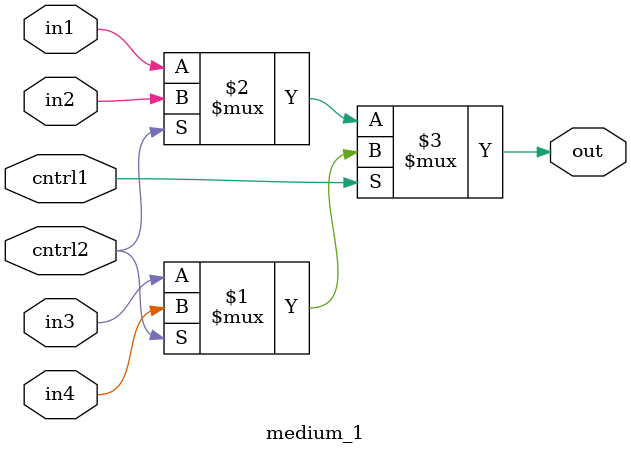
<source format=v>
module medium_1(
    output out,
    input in1,
    input in1,
    input in2,
    input in3,
    input in4,
    input cntrl1,
    input cntrl2
);
    assign out=cntrl1 ? (cntrl2 ? in4:in3):(cntrl2 ? in2:in1);
endmodule
</source>
